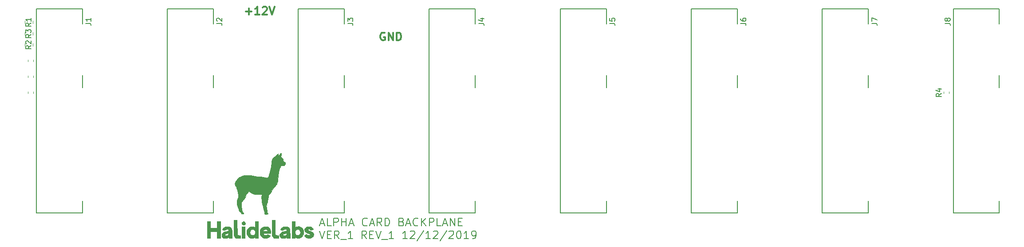
<source format=gbr>
G04 #@! TF.GenerationSoftware,KiCad,Pcbnew,5.1.5*
G04 #@! TF.CreationDate,2020-04-28T21:46:35+02:00*
G04 #@! TF.ProjectId,backplane,6261636b-706c-4616-9e65-2e6b69636164,rev?*
G04 #@! TF.SameCoordinates,Original*
G04 #@! TF.FileFunction,Legend,Top*
G04 #@! TF.FilePolarity,Positive*
%FSLAX46Y46*%
G04 Gerber Fmt 4.6, Leading zero omitted, Abs format (unit mm)*
G04 Created by KiCad (PCBNEW 5.1.5) date 2020-04-28 21:46:35*
%MOMM*%
%LPD*%
G04 APERTURE LIST*
%ADD10C,0.200000*%
%ADD11C,0.300000*%
%ADD12C,0.120000*%
%ADD13C,0.010000*%
%ADD14C,0.127000*%
%ADD15C,0.150000*%
G04 APERTURE END LIST*
D10*
X109127714Y-78400000D02*
X109842000Y-78400000D01*
X108984857Y-78828571D02*
X109484857Y-77328571D01*
X109984857Y-78828571D01*
X111199142Y-78828571D02*
X110484857Y-78828571D01*
X110484857Y-77328571D01*
X111699142Y-78828571D02*
X111699142Y-77328571D01*
X112270571Y-77328571D01*
X112413428Y-77400000D01*
X112484857Y-77471428D01*
X112556285Y-77614285D01*
X112556285Y-77828571D01*
X112484857Y-77971428D01*
X112413428Y-78042857D01*
X112270571Y-78114285D01*
X111699142Y-78114285D01*
X113199142Y-78828571D02*
X113199142Y-77328571D01*
X113199142Y-78042857D02*
X114056285Y-78042857D01*
X114056285Y-78828571D02*
X114056285Y-77328571D01*
X114699142Y-78400000D02*
X115413428Y-78400000D01*
X114556285Y-78828571D02*
X115056285Y-77328571D01*
X115556285Y-78828571D01*
X118056285Y-78685714D02*
X117984857Y-78757142D01*
X117770571Y-78828571D01*
X117627714Y-78828571D01*
X117413428Y-78757142D01*
X117270571Y-78614285D01*
X117199142Y-78471428D01*
X117127714Y-78185714D01*
X117127714Y-77971428D01*
X117199142Y-77685714D01*
X117270571Y-77542857D01*
X117413428Y-77400000D01*
X117627714Y-77328571D01*
X117770571Y-77328571D01*
X117984857Y-77400000D01*
X118056285Y-77471428D01*
X118627714Y-78400000D02*
X119342000Y-78400000D01*
X118484857Y-78828571D02*
X118984857Y-77328571D01*
X119484857Y-78828571D01*
X120842000Y-78828571D02*
X120342000Y-78114285D01*
X119984857Y-78828571D02*
X119984857Y-77328571D01*
X120556285Y-77328571D01*
X120699142Y-77400000D01*
X120770571Y-77471428D01*
X120842000Y-77614285D01*
X120842000Y-77828571D01*
X120770571Y-77971428D01*
X120699142Y-78042857D01*
X120556285Y-78114285D01*
X119984857Y-78114285D01*
X121484857Y-78828571D02*
X121484857Y-77328571D01*
X121842000Y-77328571D01*
X122056285Y-77400000D01*
X122199142Y-77542857D01*
X122270571Y-77685714D01*
X122342000Y-77971428D01*
X122342000Y-78185714D01*
X122270571Y-78471428D01*
X122199142Y-78614285D01*
X122056285Y-78757142D01*
X121842000Y-78828571D01*
X121484857Y-78828571D01*
X124627714Y-78042857D02*
X124842000Y-78114285D01*
X124913428Y-78185714D01*
X124984857Y-78328571D01*
X124984857Y-78542857D01*
X124913428Y-78685714D01*
X124842000Y-78757142D01*
X124699142Y-78828571D01*
X124127714Y-78828571D01*
X124127714Y-77328571D01*
X124627714Y-77328571D01*
X124770571Y-77400000D01*
X124842000Y-77471428D01*
X124913428Y-77614285D01*
X124913428Y-77757142D01*
X124842000Y-77900000D01*
X124770571Y-77971428D01*
X124627714Y-78042857D01*
X124127714Y-78042857D01*
X125556285Y-78400000D02*
X126270571Y-78400000D01*
X125413428Y-78828571D02*
X125913428Y-77328571D01*
X126413428Y-78828571D01*
X127770571Y-78685714D02*
X127699142Y-78757142D01*
X127484857Y-78828571D01*
X127342000Y-78828571D01*
X127127714Y-78757142D01*
X126984857Y-78614285D01*
X126913428Y-78471428D01*
X126842000Y-78185714D01*
X126842000Y-77971428D01*
X126913428Y-77685714D01*
X126984857Y-77542857D01*
X127127714Y-77400000D01*
X127342000Y-77328571D01*
X127484857Y-77328571D01*
X127699142Y-77400000D01*
X127770571Y-77471428D01*
X128413428Y-78828571D02*
X128413428Y-77328571D01*
X129270571Y-78828571D02*
X128627714Y-77971428D01*
X129270571Y-77328571D02*
X128413428Y-78185714D01*
X129913428Y-78828571D02*
X129913428Y-77328571D01*
X130484857Y-77328571D01*
X130627714Y-77400000D01*
X130699142Y-77471428D01*
X130770571Y-77614285D01*
X130770571Y-77828571D01*
X130699142Y-77971428D01*
X130627714Y-78042857D01*
X130484857Y-78114285D01*
X129913428Y-78114285D01*
X132127714Y-78828571D02*
X131413428Y-78828571D01*
X131413428Y-77328571D01*
X132556285Y-78400000D02*
X133270571Y-78400000D01*
X132413428Y-78828571D02*
X132913428Y-77328571D01*
X133413428Y-78828571D01*
X133913428Y-78828571D02*
X133913428Y-77328571D01*
X134770571Y-78828571D01*
X134770571Y-77328571D01*
X135484857Y-78042857D02*
X135984857Y-78042857D01*
X136199142Y-78828571D02*
X135484857Y-78828571D01*
X135484857Y-77328571D01*
X136199142Y-77328571D01*
X108984857Y-79778571D02*
X109484857Y-81278571D01*
X109984857Y-79778571D01*
X110484857Y-80492857D02*
X110984857Y-80492857D01*
X111199142Y-81278571D02*
X110484857Y-81278571D01*
X110484857Y-79778571D01*
X111199142Y-79778571D01*
X112699142Y-81278571D02*
X112199142Y-80564285D01*
X111842000Y-81278571D02*
X111842000Y-79778571D01*
X112413428Y-79778571D01*
X112556285Y-79850000D01*
X112627714Y-79921428D01*
X112699142Y-80064285D01*
X112699142Y-80278571D01*
X112627714Y-80421428D01*
X112556285Y-80492857D01*
X112413428Y-80564285D01*
X111842000Y-80564285D01*
X112984857Y-81421428D02*
X114127714Y-81421428D01*
X115270571Y-81278571D02*
X114413428Y-81278571D01*
X114842000Y-81278571D02*
X114842000Y-79778571D01*
X114699142Y-79992857D01*
X114556285Y-80135714D01*
X114413428Y-80207142D01*
X117913428Y-81278571D02*
X117413428Y-80564285D01*
X117056285Y-81278571D02*
X117056285Y-79778571D01*
X117627714Y-79778571D01*
X117770571Y-79850000D01*
X117842000Y-79921428D01*
X117913428Y-80064285D01*
X117913428Y-80278571D01*
X117842000Y-80421428D01*
X117770571Y-80492857D01*
X117627714Y-80564285D01*
X117056285Y-80564285D01*
X118556285Y-80492857D02*
X119056285Y-80492857D01*
X119270571Y-81278571D02*
X118556285Y-81278571D01*
X118556285Y-79778571D01*
X119270571Y-79778571D01*
X119699142Y-79778571D02*
X120199142Y-81278571D01*
X120699142Y-79778571D01*
X120842000Y-81421428D02*
X121984857Y-81421428D01*
X123127714Y-81278571D02*
X122270571Y-81278571D01*
X122699142Y-81278571D02*
X122699142Y-79778571D01*
X122556285Y-79992857D01*
X122413428Y-80135714D01*
X122270571Y-80207142D01*
X125699142Y-81278571D02*
X124842000Y-81278571D01*
X125270571Y-81278571D02*
X125270571Y-79778571D01*
X125127714Y-79992857D01*
X124984857Y-80135714D01*
X124842000Y-80207142D01*
X126270571Y-79921428D02*
X126342000Y-79850000D01*
X126484857Y-79778571D01*
X126842000Y-79778571D01*
X126984857Y-79850000D01*
X127056285Y-79921428D01*
X127127714Y-80064285D01*
X127127714Y-80207142D01*
X127056285Y-80421428D01*
X126199142Y-81278571D01*
X127127714Y-81278571D01*
X128842000Y-79707142D02*
X127556285Y-81635714D01*
X130127714Y-81278571D02*
X129270571Y-81278571D01*
X129699142Y-81278571D02*
X129699142Y-79778571D01*
X129556285Y-79992857D01*
X129413428Y-80135714D01*
X129270571Y-80207142D01*
X130699142Y-79921428D02*
X130770571Y-79850000D01*
X130913428Y-79778571D01*
X131270571Y-79778571D01*
X131413428Y-79850000D01*
X131484857Y-79921428D01*
X131556285Y-80064285D01*
X131556285Y-80207142D01*
X131484857Y-80421428D01*
X130627714Y-81278571D01*
X131556285Y-81278571D01*
X133270571Y-79707142D02*
X131984857Y-81635714D01*
X133699142Y-79921428D02*
X133770571Y-79850000D01*
X133913428Y-79778571D01*
X134270571Y-79778571D01*
X134413428Y-79850000D01*
X134484857Y-79921428D01*
X134556285Y-80064285D01*
X134556285Y-80207142D01*
X134484857Y-80421428D01*
X133627714Y-81278571D01*
X134556285Y-81278571D01*
X135484857Y-79778571D02*
X135627714Y-79778571D01*
X135770571Y-79850000D01*
X135842000Y-79921428D01*
X135913428Y-80064285D01*
X135984857Y-80350000D01*
X135984857Y-80707142D01*
X135913428Y-80992857D01*
X135842000Y-81135714D01*
X135770571Y-81207142D01*
X135627714Y-81278571D01*
X135484857Y-81278571D01*
X135342000Y-81207142D01*
X135270571Y-81135714D01*
X135199142Y-80992857D01*
X135127714Y-80707142D01*
X135127714Y-80350000D01*
X135199142Y-80064285D01*
X135270571Y-79921428D01*
X135342000Y-79850000D01*
X135484857Y-79778571D01*
X137413428Y-81278571D02*
X136556285Y-81278571D01*
X136984857Y-81278571D02*
X136984857Y-79778571D01*
X136842000Y-79992857D01*
X136699142Y-80135714D01*
X136556285Y-80207142D01*
X138127714Y-81278571D02*
X138413428Y-81278571D01*
X138556285Y-81207142D01*
X138627714Y-81135714D01*
X138770571Y-80921428D01*
X138842000Y-80635714D01*
X138842000Y-80064285D01*
X138770571Y-79921428D01*
X138699142Y-79850000D01*
X138556285Y-79778571D01*
X138270571Y-79778571D01*
X138127714Y-79850000D01*
X138056285Y-79921428D01*
X137984857Y-80064285D01*
X137984857Y-80421428D01*
X138056285Y-80564285D01*
X138127714Y-80635714D01*
X138270571Y-80707142D01*
X138556285Y-80707142D01*
X138699142Y-80635714D01*
X138770571Y-80564285D01*
X138842000Y-80421428D01*
D11*
X121412142Y-41922000D02*
X121269285Y-41850571D01*
X121055000Y-41850571D01*
X120840714Y-41922000D01*
X120697857Y-42064857D01*
X120626428Y-42207714D01*
X120555000Y-42493428D01*
X120555000Y-42707714D01*
X120626428Y-42993428D01*
X120697857Y-43136285D01*
X120840714Y-43279142D01*
X121055000Y-43350571D01*
X121197857Y-43350571D01*
X121412142Y-43279142D01*
X121483571Y-43207714D01*
X121483571Y-42707714D01*
X121197857Y-42707714D01*
X122126428Y-43350571D02*
X122126428Y-41850571D01*
X122983571Y-43350571D01*
X122983571Y-41850571D01*
X123697857Y-43350571D02*
X123697857Y-41850571D01*
X124055000Y-41850571D01*
X124269285Y-41922000D01*
X124412142Y-42064857D01*
X124483571Y-42207714D01*
X124555000Y-42493428D01*
X124555000Y-42707714D01*
X124483571Y-42993428D01*
X124412142Y-43136285D01*
X124269285Y-43279142D01*
X124055000Y-43350571D01*
X123697857Y-43350571D01*
X94893142Y-37826142D02*
X96036000Y-37826142D01*
X95464571Y-38397571D02*
X95464571Y-37254714D01*
X97536000Y-38397571D02*
X96678857Y-38397571D01*
X97107428Y-38397571D02*
X97107428Y-36897571D01*
X96964571Y-37111857D01*
X96821714Y-37254714D01*
X96678857Y-37326142D01*
X98107428Y-37040428D02*
X98178857Y-36969000D01*
X98321714Y-36897571D01*
X98678857Y-36897571D01*
X98821714Y-36969000D01*
X98893142Y-37040428D01*
X98964571Y-37183285D01*
X98964571Y-37326142D01*
X98893142Y-37540428D01*
X98036000Y-38397571D01*
X98964571Y-38397571D01*
X99393142Y-36897571D02*
X99893142Y-38397571D01*
X100393142Y-36897571D01*
D12*
X52705000Y-43942000D02*
X52705000Y-44450000D01*
X54229000Y-43942000D02*
X54229000Y-44450000D01*
X52705000Y-41783000D02*
X52705000Y-42291000D01*
X54229000Y-41783000D02*
X54229000Y-42291000D01*
X54229000Y-39624000D02*
X54229000Y-40132000D01*
X52705000Y-39624000D02*
X52705000Y-40132000D01*
D13*
G36*
X97307400Y-81153000D02*
G01*
X96700866Y-81153000D01*
X96685100Y-80974140D01*
X96595505Y-81035242D01*
X96434269Y-81116985D01*
X96247608Y-81164761D01*
X96049377Y-81176820D01*
X95853429Y-81151415D01*
X95796736Y-81136096D01*
X95597538Y-81049563D01*
X95425674Y-80923036D01*
X95284243Y-80761167D01*
X95176340Y-80568608D01*
X95105066Y-80350011D01*
X95073517Y-80110027D01*
X95072200Y-80048100D01*
X95077252Y-79989455D01*
X95681359Y-79989455D01*
X95684411Y-80145477D01*
X95718577Y-80294009D01*
X95784069Y-80422979D01*
X95841141Y-80488415D01*
X95966014Y-80570146D01*
X96112015Y-80609785D01*
X96268767Y-80605091D01*
X96323844Y-80592672D01*
X96445728Y-80534966D01*
X96552285Y-80440168D01*
X96628553Y-80321982D01*
X96634457Y-80308126D01*
X96667307Y-80178874D01*
X96676234Y-80028731D01*
X96661240Y-79881622D01*
X96634457Y-79788073D01*
X96557360Y-79659081D01*
X96449627Y-79563473D01*
X96320843Y-79503603D01*
X96180594Y-79481823D01*
X96038465Y-79500486D01*
X95904039Y-79561944D01*
X95856774Y-79597175D01*
X95767753Y-79703232D01*
X95709211Y-79838017D01*
X95681359Y-79989455D01*
X95077252Y-79989455D01*
X95093746Y-79797994D01*
X95157023Y-79571144D01*
X95259989Y-79371051D01*
X95400601Y-79201219D01*
X95576817Y-79065151D01*
X95676701Y-79011315D01*
X95763277Y-78972731D01*
X95835618Y-78948853D01*
X95911566Y-78936212D01*
X96008964Y-78931335D01*
X96091163Y-78930686D01*
X96208398Y-78931831D01*
X96292366Y-78938025D01*
X96360587Y-78953086D01*
X96430580Y-78980834D01*
X96516613Y-79023417D01*
X96697800Y-79116335D01*
X96697800Y-77952600D01*
X97307400Y-77952600D01*
X97307400Y-81153000D01*
G37*
X97307400Y-81153000D02*
X96700866Y-81153000D01*
X96685100Y-80974140D01*
X96595505Y-81035242D01*
X96434269Y-81116985D01*
X96247608Y-81164761D01*
X96049377Y-81176820D01*
X95853429Y-81151415D01*
X95796736Y-81136096D01*
X95597538Y-81049563D01*
X95425674Y-80923036D01*
X95284243Y-80761167D01*
X95176340Y-80568608D01*
X95105066Y-80350011D01*
X95073517Y-80110027D01*
X95072200Y-80048100D01*
X95077252Y-79989455D01*
X95681359Y-79989455D01*
X95684411Y-80145477D01*
X95718577Y-80294009D01*
X95784069Y-80422979D01*
X95841141Y-80488415D01*
X95966014Y-80570146D01*
X96112015Y-80609785D01*
X96268767Y-80605091D01*
X96323844Y-80592672D01*
X96445728Y-80534966D01*
X96552285Y-80440168D01*
X96628553Y-80321982D01*
X96634457Y-80308126D01*
X96667307Y-80178874D01*
X96676234Y-80028731D01*
X96661240Y-79881622D01*
X96634457Y-79788073D01*
X96557360Y-79659081D01*
X96449627Y-79563473D01*
X96320843Y-79503603D01*
X96180594Y-79481823D01*
X96038465Y-79500486D01*
X95904039Y-79561944D01*
X95856774Y-79597175D01*
X95767753Y-79703232D01*
X95709211Y-79838017D01*
X95681359Y-79989455D01*
X95077252Y-79989455D01*
X95093746Y-79797994D01*
X95157023Y-79571144D01*
X95259989Y-79371051D01*
X95400601Y-79201219D01*
X95576817Y-79065151D01*
X95676701Y-79011315D01*
X95763277Y-78972731D01*
X95835618Y-78948853D01*
X95911566Y-78936212D01*
X96008964Y-78931335D01*
X96091163Y-78930686D01*
X96208398Y-78931831D01*
X96292366Y-78938025D01*
X96360587Y-78953086D01*
X96430580Y-78980834D01*
X96516613Y-79023417D01*
X96697800Y-79116335D01*
X96697800Y-77952600D01*
X97307400Y-77952600D01*
X97307400Y-81153000D01*
G36*
X98736910Y-78931834D02*
G01*
X98904617Y-78952084D01*
X99039721Y-78989719D01*
X99217116Y-79087017D01*
X99370258Y-79224216D01*
X99495427Y-79394752D01*
X99588904Y-79592059D01*
X99646968Y-79809575D01*
X99665899Y-80040734D01*
X99664471Y-80092192D01*
X99656900Y-80251300D01*
X98926332Y-80258040D01*
X98195765Y-80264780D01*
X98247384Y-80365961D01*
X98331564Y-80479460D01*
X98444675Y-80558944D01*
X98576441Y-80602699D01*
X98716585Y-80609009D01*
X98854828Y-80576159D01*
X98980894Y-80502434D01*
X98994798Y-80490686D01*
X99081329Y-80414711D01*
X99324664Y-80535588D01*
X99424195Y-80587636D01*
X99504047Y-80634354D01*
X99554759Y-80669891D01*
X99568000Y-80686085D01*
X99547685Y-80736936D01*
X99493013Y-80805087D01*
X99413389Y-80882040D01*
X99318222Y-80959303D01*
X99216916Y-81028378D01*
X99143993Y-81069000D01*
X99044372Y-81115818D01*
X98964267Y-81144711D01*
X98883424Y-81160514D01*
X98781592Y-81168067D01*
X98720534Y-81170148D01*
X98582589Y-81169175D01*
X98459156Y-81159367D01*
X98371468Y-81142999D01*
X98156326Y-81055941D01*
X97968778Y-80929491D01*
X97812524Y-80769087D01*
X97691261Y-80580166D01*
X97608689Y-80368165D01*
X97568506Y-80138520D01*
X97568123Y-79961996D01*
X97589873Y-79832200D01*
X98199042Y-79832200D01*
X99082757Y-79832200D01*
X99055909Y-79755184D01*
X98992731Y-79646014D01*
X98893114Y-79557473D01*
X98769977Y-79498177D01*
X98638340Y-79476741D01*
X98523452Y-79497571D01*
X98408037Y-79553584D01*
X98307576Y-79634196D01*
X98237549Y-79728820D01*
X98224250Y-79759887D01*
X98199042Y-79832200D01*
X97589873Y-79832200D01*
X97607806Y-79725186D01*
X97690171Y-79508434D01*
X97811523Y-79316998D01*
X97968170Y-79156139D01*
X98156418Y-79031115D01*
X98252787Y-78987014D01*
X98392243Y-78949234D01*
X98559868Y-78930862D01*
X98736910Y-78931834D01*
G37*
X98736910Y-78931834D02*
X98904617Y-78952084D01*
X99039721Y-78989719D01*
X99217116Y-79087017D01*
X99370258Y-79224216D01*
X99495427Y-79394752D01*
X99588904Y-79592059D01*
X99646968Y-79809575D01*
X99665899Y-80040734D01*
X99664471Y-80092192D01*
X99656900Y-80251300D01*
X98926332Y-80258040D01*
X98195765Y-80264780D01*
X98247384Y-80365961D01*
X98331564Y-80479460D01*
X98444675Y-80558944D01*
X98576441Y-80602699D01*
X98716585Y-80609009D01*
X98854828Y-80576159D01*
X98980894Y-80502434D01*
X98994798Y-80490686D01*
X99081329Y-80414711D01*
X99324664Y-80535588D01*
X99424195Y-80587636D01*
X99504047Y-80634354D01*
X99554759Y-80669891D01*
X99568000Y-80686085D01*
X99547685Y-80736936D01*
X99493013Y-80805087D01*
X99413389Y-80882040D01*
X99318222Y-80959303D01*
X99216916Y-81028378D01*
X99143993Y-81069000D01*
X99044372Y-81115818D01*
X98964267Y-81144711D01*
X98883424Y-81160514D01*
X98781592Y-81168067D01*
X98720534Y-81170148D01*
X98582589Y-81169175D01*
X98459156Y-81159367D01*
X98371468Y-81142999D01*
X98156326Y-81055941D01*
X97968778Y-80929491D01*
X97812524Y-80769087D01*
X97691261Y-80580166D01*
X97608689Y-80368165D01*
X97568506Y-80138520D01*
X97568123Y-79961996D01*
X97589873Y-79832200D01*
X98199042Y-79832200D01*
X99082757Y-79832200D01*
X99055909Y-79755184D01*
X98992731Y-79646014D01*
X98893114Y-79557473D01*
X98769977Y-79498177D01*
X98638340Y-79476741D01*
X98523452Y-79497571D01*
X98408037Y-79553584D01*
X98307576Y-79634196D01*
X98237549Y-79728820D01*
X98224250Y-79759887D01*
X98199042Y-79832200D01*
X97589873Y-79832200D01*
X97607806Y-79725186D01*
X97690171Y-79508434D01*
X97811523Y-79316998D01*
X97968170Y-79156139D01*
X98156418Y-79031115D01*
X98252787Y-78987014D01*
X98392243Y-78949234D01*
X98559868Y-78930862D01*
X98736910Y-78931834D01*
G36*
X91597826Y-78944574D02*
G01*
X91739951Y-78977447D01*
X91743521Y-78978675D01*
X91891057Y-79053507D01*
X92026794Y-79165607D01*
X92136170Y-79301516D01*
X92180147Y-79382270D01*
X92196655Y-79420383D01*
X92209884Y-79457745D01*
X92220264Y-79500389D01*
X92228228Y-79554351D01*
X92234207Y-79625663D01*
X92238634Y-79720360D01*
X92241941Y-79844476D01*
X92244559Y-80004044D01*
X92246919Y-80205099D01*
X92248247Y-80333850D01*
X92256535Y-81153000D01*
X91643200Y-81153000D01*
X91643200Y-80947214D01*
X91555077Y-81014428D01*
X91427101Y-81086704D01*
X91266659Y-81139332D01*
X91089016Y-81170065D01*
X90909433Y-81176656D01*
X90743173Y-81156860D01*
X90687317Y-81142156D01*
X90532231Y-81070523D01*
X90415096Y-80965607D01*
X90337375Y-80829473D01*
X90300532Y-80664184D01*
X90297557Y-80592530D01*
X90301213Y-80561272D01*
X90910449Y-80561272D01*
X90943706Y-80630151D01*
X90957400Y-80645000D01*
X91020612Y-80678852D01*
X91114134Y-80695445D01*
X91220098Y-80693639D01*
X91320640Y-80672295D01*
X91330396Y-80668784D01*
X91450500Y-80597436D01*
X91546794Y-80487812D01*
X91611696Y-80349771D01*
X91628670Y-80280841D01*
X91637269Y-80218713D01*
X91629713Y-80194153D01*
X91602084Y-80195422D01*
X91600315Y-80195896D01*
X91556466Y-80207004D01*
X91476639Y-80226524D01*
X91374290Y-80251179D01*
X91313000Y-80265807D01*
X91189739Y-80297709D01*
X91103621Y-80327624D01*
X91041563Y-80361188D01*
X90990483Y-80404040D01*
X90989150Y-80405363D01*
X90925428Y-80487621D01*
X90910449Y-80561272D01*
X90301213Y-80561272D01*
X90318721Y-80411589D01*
X90381872Y-80257752D01*
X90488505Y-80128732D01*
X90640111Y-80022241D01*
X90684667Y-79999138D01*
X90760626Y-79968714D01*
X90872078Y-79932591D01*
X91004707Y-79895054D01*
X91144198Y-79860392D01*
X91160261Y-79856732D01*
X91324270Y-79818122D01*
X91444615Y-79784945D01*
X91527701Y-79754033D01*
X91579931Y-79722215D01*
X91607708Y-79686322D01*
X91617436Y-79643185D01*
X91617800Y-79630257D01*
X91594594Y-79552349D01*
X91531549Y-79489732D01*
X91438523Y-79447175D01*
X91325376Y-79429444D01*
X91219556Y-79437676D01*
X91143214Y-79467768D01*
X91061609Y-79523079D01*
X90992532Y-79589311D01*
X90954156Y-79650978D01*
X90940545Y-79666824D01*
X90907351Y-79671036D01*
X90844784Y-79663221D01*
X90743049Y-79642990D01*
X90740523Y-79642451D01*
X90616686Y-79615718D01*
X90534142Y-79596063D01*
X90484517Y-79579905D01*
X90459435Y-79563661D01*
X90450521Y-79543750D01*
X90449400Y-79517961D01*
X90470961Y-79430258D01*
X90529889Y-79330028D01*
X90617553Y-79226299D01*
X90725321Y-79128098D01*
X90844559Y-79044454D01*
X90955384Y-78988749D01*
X91090209Y-78951827D01*
X91254517Y-78932000D01*
X91429868Y-78929504D01*
X91597826Y-78944574D01*
G37*
X91597826Y-78944574D02*
X91739951Y-78977447D01*
X91743521Y-78978675D01*
X91891057Y-79053507D01*
X92026794Y-79165607D01*
X92136170Y-79301516D01*
X92180147Y-79382270D01*
X92196655Y-79420383D01*
X92209884Y-79457745D01*
X92220264Y-79500389D01*
X92228228Y-79554351D01*
X92234207Y-79625663D01*
X92238634Y-79720360D01*
X92241941Y-79844476D01*
X92244559Y-80004044D01*
X92246919Y-80205099D01*
X92248247Y-80333850D01*
X92256535Y-81153000D01*
X91643200Y-81153000D01*
X91643200Y-80947214D01*
X91555077Y-81014428D01*
X91427101Y-81086704D01*
X91266659Y-81139332D01*
X91089016Y-81170065D01*
X90909433Y-81176656D01*
X90743173Y-81156860D01*
X90687317Y-81142156D01*
X90532231Y-81070523D01*
X90415096Y-80965607D01*
X90337375Y-80829473D01*
X90300532Y-80664184D01*
X90297557Y-80592530D01*
X90301213Y-80561272D01*
X90910449Y-80561272D01*
X90943706Y-80630151D01*
X90957400Y-80645000D01*
X91020612Y-80678852D01*
X91114134Y-80695445D01*
X91220098Y-80693639D01*
X91320640Y-80672295D01*
X91330396Y-80668784D01*
X91450500Y-80597436D01*
X91546794Y-80487812D01*
X91611696Y-80349771D01*
X91628670Y-80280841D01*
X91637269Y-80218713D01*
X91629713Y-80194153D01*
X91602084Y-80195422D01*
X91600315Y-80195896D01*
X91556466Y-80207004D01*
X91476639Y-80226524D01*
X91374290Y-80251179D01*
X91313000Y-80265807D01*
X91189739Y-80297709D01*
X91103621Y-80327624D01*
X91041563Y-80361188D01*
X90990483Y-80404040D01*
X90989150Y-80405363D01*
X90925428Y-80487621D01*
X90910449Y-80561272D01*
X90301213Y-80561272D01*
X90318721Y-80411589D01*
X90381872Y-80257752D01*
X90488505Y-80128732D01*
X90640111Y-80022241D01*
X90684667Y-79999138D01*
X90760626Y-79968714D01*
X90872078Y-79932591D01*
X91004707Y-79895054D01*
X91144198Y-79860392D01*
X91160261Y-79856732D01*
X91324270Y-79818122D01*
X91444615Y-79784945D01*
X91527701Y-79754033D01*
X91579931Y-79722215D01*
X91607708Y-79686322D01*
X91617436Y-79643185D01*
X91617800Y-79630257D01*
X91594594Y-79552349D01*
X91531549Y-79489732D01*
X91438523Y-79447175D01*
X91325376Y-79429444D01*
X91219556Y-79437676D01*
X91143214Y-79467768D01*
X91061609Y-79523079D01*
X90992532Y-79589311D01*
X90954156Y-79650978D01*
X90940545Y-79666824D01*
X90907351Y-79671036D01*
X90844784Y-79663221D01*
X90743049Y-79642990D01*
X90740523Y-79642451D01*
X90616686Y-79615718D01*
X90534142Y-79596063D01*
X90484517Y-79579905D01*
X90459435Y-79563661D01*
X90450521Y-79543750D01*
X90449400Y-79517961D01*
X90470961Y-79430258D01*
X90529889Y-79330028D01*
X90617553Y-79226299D01*
X90725321Y-79128098D01*
X90844559Y-79044454D01*
X90955384Y-78988749D01*
X91090209Y-78951827D01*
X91254517Y-78932000D01*
X91429868Y-78929504D01*
X91597826Y-78944574D01*
G36*
X104286524Y-78542062D02*
G01*
X104293348Y-79118825D01*
X104385498Y-79056290D01*
X104555533Y-78970362D01*
X104743751Y-78926164D01*
X104941458Y-78922318D01*
X105139960Y-78957448D01*
X105330562Y-79030177D01*
X105504569Y-79139127D01*
X105627398Y-79253003D01*
X105729719Y-79394383D01*
X105815879Y-79568059D01*
X105877990Y-79756208D01*
X105900684Y-79870383D01*
X105911890Y-80098506D01*
X105882137Y-80321414D01*
X105815070Y-80532044D01*
X105714335Y-80723335D01*
X105583575Y-80888224D01*
X105426437Y-81019650D01*
X105263865Y-81104108D01*
X105161143Y-81133605D01*
X105033445Y-81155804D01*
X104897067Y-81169384D01*
X104768304Y-81173024D01*
X104663453Y-81165402D01*
X104622435Y-81156113D01*
X104530578Y-81119328D01*
X104434305Y-81070538D01*
X104356023Y-81021499D01*
X104336850Y-81006300D01*
X104307830Y-80985248D01*
X104295296Y-80997022D01*
X104292420Y-81050018D01*
X104292400Y-81060945D01*
X104292400Y-81154563D01*
X103981250Y-81147431D01*
X103670100Y-81140300D01*
X103670100Y-80101559D01*
X104292282Y-80101559D01*
X104320263Y-80249929D01*
X104378782Y-80383563D01*
X104465839Y-80493190D01*
X104579440Y-80569541D01*
X104609900Y-80581698D01*
X104730959Y-80613070D01*
X104842298Y-80612618D01*
X104934444Y-80592672D01*
X105067647Y-80530856D01*
X105172157Y-80430164D01*
X105244660Y-80295727D01*
X105281842Y-80132673D01*
X105286175Y-80048100D01*
X105278765Y-79941118D01*
X105259696Y-79837026D01*
X105243858Y-79786204D01*
X105170040Y-79662083D01*
X105066493Y-79569384D01*
X104942809Y-79509555D01*
X104808577Y-79484041D01*
X104673389Y-79494288D01*
X104546835Y-79541742D01*
X104438505Y-79627848D01*
X104411520Y-79660723D01*
X104335913Y-79797686D01*
X104296833Y-79947721D01*
X104292282Y-80101559D01*
X103670100Y-80101559D01*
X103670100Y-77965300D01*
X104279700Y-77965300D01*
X104286524Y-78542062D01*
G37*
X104286524Y-78542062D02*
X104293348Y-79118825D01*
X104385498Y-79056290D01*
X104555533Y-78970362D01*
X104743751Y-78926164D01*
X104941458Y-78922318D01*
X105139960Y-78957448D01*
X105330562Y-79030177D01*
X105504569Y-79139127D01*
X105627398Y-79253003D01*
X105729719Y-79394383D01*
X105815879Y-79568059D01*
X105877990Y-79756208D01*
X105900684Y-79870383D01*
X105911890Y-80098506D01*
X105882137Y-80321414D01*
X105815070Y-80532044D01*
X105714335Y-80723335D01*
X105583575Y-80888224D01*
X105426437Y-81019650D01*
X105263865Y-81104108D01*
X105161143Y-81133605D01*
X105033445Y-81155804D01*
X104897067Y-81169384D01*
X104768304Y-81173024D01*
X104663453Y-81165402D01*
X104622435Y-81156113D01*
X104530578Y-81119328D01*
X104434305Y-81070538D01*
X104356023Y-81021499D01*
X104336850Y-81006300D01*
X104307830Y-80985248D01*
X104295296Y-80997022D01*
X104292420Y-81050018D01*
X104292400Y-81060945D01*
X104292400Y-81154563D01*
X103981250Y-81147431D01*
X103670100Y-81140300D01*
X103670100Y-80101559D01*
X104292282Y-80101559D01*
X104320263Y-80249929D01*
X104378782Y-80383563D01*
X104465839Y-80493190D01*
X104579440Y-80569541D01*
X104609900Y-80581698D01*
X104730959Y-80613070D01*
X104842298Y-80612618D01*
X104934444Y-80592672D01*
X105067647Y-80530856D01*
X105172157Y-80430164D01*
X105244660Y-80295727D01*
X105281842Y-80132673D01*
X105286175Y-80048100D01*
X105278765Y-79941118D01*
X105259696Y-79837026D01*
X105243858Y-79786204D01*
X105170040Y-79662083D01*
X105066493Y-79569384D01*
X104942809Y-79509555D01*
X104808577Y-79484041D01*
X104673389Y-79494288D01*
X104546835Y-79541742D01*
X104438505Y-79627848D01*
X104411520Y-79660723D01*
X104335913Y-79797686D01*
X104296833Y-79947721D01*
X104292282Y-80101559D01*
X103670100Y-80101559D01*
X103670100Y-77965300D01*
X104279700Y-77965300D01*
X104286524Y-78542062D01*
G36*
X100483833Y-79051150D02*
G01*
X100484310Y-79362001D01*
X100485233Y-79626067D01*
X100486932Y-79847365D01*
X100489734Y-80029910D01*
X100493968Y-80177716D01*
X100499962Y-80294801D01*
X100508045Y-80385178D01*
X100518544Y-80452864D01*
X100531789Y-80501873D01*
X100548108Y-80536223D01*
X100567828Y-80559927D01*
X100591279Y-80577002D01*
X100609400Y-80586813D01*
X100667427Y-80602633D01*
X100762670Y-80613870D01*
X100881638Y-80619048D01*
X100905682Y-80619225D01*
X101138465Y-80619600D01*
X101154211Y-80816450D01*
X101163257Y-80921036D01*
X101172474Y-81013851D01*
X101180018Y-81076487D01*
X101180684Y-81080852D01*
X101175886Y-81142297D01*
X101152328Y-81163402D01*
X101099795Y-81172556D01*
X101008501Y-81177819D01*
X100890311Y-81179510D01*
X100757088Y-81177943D01*
X100620697Y-81173436D01*
X100493003Y-81166304D01*
X100385869Y-81156864D01*
X100311160Y-81145432D01*
X100293368Y-81140500D01*
X100187049Y-81093870D01*
X100105972Y-81033600D01*
X100037354Y-80947452D01*
X99974400Y-80835135D01*
X99885500Y-80659003D01*
X99877996Y-79191501D01*
X99870492Y-77724000D01*
X100482400Y-77724000D01*
X100483833Y-79051150D01*
G37*
X100483833Y-79051150D02*
X100484310Y-79362001D01*
X100485233Y-79626067D01*
X100486932Y-79847365D01*
X100489734Y-80029910D01*
X100493968Y-80177716D01*
X100499962Y-80294801D01*
X100508045Y-80385178D01*
X100518544Y-80452864D01*
X100531789Y-80501873D01*
X100548108Y-80536223D01*
X100567828Y-80559927D01*
X100591279Y-80577002D01*
X100609400Y-80586813D01*
X100667427Y-80602633D01*
X100762670Y-80613870D01*
X100881638Y-80619048D01*
X100905682Y-80619225D01*
X101138465Y-80619600D01*
X101154211Y-80816450D01*
X101163257Y-80921036D01*
X101172474Y-81013851D01*
X101180018Y-81076487D01*
X101180684Y-81080852D01*
X101175886Y-81142297D01*
X101152328Y-81163402D01*
X101099795Y-81172556D01*
X101008501Y-81177819D01*
X100890311Y-81179510D01*
X100757088Y-81177943D01*
X100620697Y-81173436D01*
X100493003Y-81166304D01*
X100385869Y-81156864D01*
X100311160Y-81145432D01*
X100293368Y-81140500D01*
X100187049Y-81093870D01*
X100105972Y-81033600D01*
X100037354Y-80947452D01*
X99974400Y-80835135D01*
X99885500Y-80659003D01*
X99877996Y-79191501D01*
X99870492Y-77724000D01*
X100482400Y-77724000D01*
X100483833Y-79051150D01*
G36*
X102731015Y-78954354D02*
G01*
X102825402Y-78981849D01*
X102969050Y-79055625D01*
X103100929Y-79166296D01*
X103206644Y-79300028D01*
X103255458Y-79395124D01*
X103271656Y-79437607D01*
X103284621Y-79479574D01*
X103294787Y-79527226D01*
X103302588Y-79586763D01*
X103308457Y-79664386D01*
X103312828Y-79766296D01*
X103316134Y-79898694D01*
X103318810Y-80067779D01*
X103321288Y-80279754D01*
X103321994Y-80346550D01*
X103330425Y-81153000D01*
X102717600Y-81153000D01*
X102717600Y-81047463D01*
X102715935Y-80982720D01*
X102707014Y-80960315D01*
X102684943Y-80971804D01*
X102672461Y-80982776D01*
X102626034Y-81014682D01*
X102550545Y-81056698D01*
X102475611Y-81093457D01*
X102383226Y-81131034D01*
X102293767Y-81153938D01*
X102187213Y-81166226D01*
X102095300Y-81170574D01*
X101936329Y-81169323D01*
X101809625Y-81155260D01*
X101758033Y-81142499D01*
X101607178Y-81069268D01*
X101490022Y-80962880D01*
X101409308Y-80830450D01*
X101367775Y-80679098D01*
X101368166Y-80515941D01*
X101371665Y-80502903D01*
X101989991Y-80502903D01*
X101993008Y-80582885D01*
X102031800Y-80645000D01*
X102095006Y-80678848D01*
X102188534Y-80695445D01*
X102294524Y-80693649D01*
X102395120Y-80672319D01*
X102404796Y-80668842D01*
X102515913Y-80602059D01*
X102609752Y-80497893D01*
X102675105Y-80369399D01*
X102682878Y-80345036D01*
X102702773Y-80269041D01*
X102712699Y-80215394D01*
X102711950Y-80199083D01*
X102682411Y-80198857D01*
X102616087Y-80210596D01*
X102524713Y-80231228D01*
X102420028Y-80257679D01*
X102313768Y-80286876D01*
X102217671Y-80315746D01*
X102143473Y-80341216D01*
X102107168Y-80357431D01*
X102028979Y-80424188D01*
X101989991Y-80502903D01*
X101371665Y-80502903D01*
X101413220Y-80348098D01*
X101434137Y-80301383D01*
X101493132Y-80201507D01*
X101567523Y-80118080D01*
X101663861Y-80047482D01*
X101788696Y-79986095D01*
X101948577Y-79930297D01*
X102150054Y-79876471D01*
X102241584Y-79855172D01*
X102405539Y-79816340D01*
X102525605Y-79782626D01*
X102608044Y-79751038D01*
X102659115Y-79718588D01*
X102685080Y-79682285D01*
X102692200Y-79639959D01*
X102668945Y-79560094D01*
X102606042Y-79494861D01*
X102513784Y-79449584D01*
X102402462Y-79429587D01*
X102299247Y-79436683D01*
X102210764Y-79469245D01*
X102126110Y-79526167D01*
X102063034Y-79593850D01*
X102043300Y-79632779D01*
X102035450Y-79655011D01*
X102023163Y-79668875D01*
X101998312Y-79673947D01*
X101952772Y-79669803D01*
X101878416Y-79656021D01*
X101767118Y-79632178D01*
X101684904Y-79614114D01*
X101591853Y-79592846D01*
X101539038Y-79575941D01*
X101517039Y-79557044D01*
X101516435Y-79529797D01*
X101522985Y-79504840D01*
X101587947Y-79359160D01*
X101692533Y-79219970D01*
X101825897Y-79099558D01*
X101946724Y-79024652D01*
X102121335Y-78960798D01*
X102321063Y-78927271D01*
X102529694Y-78924859D01*
X102731015Y-78954354D01*
G37*
X102731015Y-78954354D02*
X102825402Y-78981849D01*
X102969050Y-79055625D01*
X103100929Y-79166296D01*
X103206644Y-79300028D01*
X103255458Y-79395124D01*
X103271656Y-79437607D01*
X103284621Y-79479574D01*
X103294787Y-79527226D01*
X103302588Y-79586763D01*
X103308457Y-79664386D01*
X103312828Y-79766296D01*
X103316134Y-79898694D01*
X103318810Y-80067779D01*
X103321288Y-80279754D01*
X103321994Y-80346550D01*
X103330425Y-81153000D01*
X102717600Y-81153000D01*
X102717600Y-81047463D01*
X102715935Y-80982720D01*
X102707014Y-80960315D01*
X102684943Y-80971804D01*
X102672461Y-80982776D01*
X102626034Y-81014682D01*
X102550545Y-81056698D01*
X102475611Y-81093457D01*
X102383226Y-81131034D01*
X102293767Y-81153938D01*
X102187213Y-81166226D01*
X102095300Y-81170574D01*
X101936329Y-81169323D01*
X101809625Y-81155260D01*
X101758033Y-81142499D01*
X101607178Y-81069268D01*
X101490022Y-80962880D01*
X101409308Y-80830450D01*
X101367775Y-80679098D01*
X101368166Y-80515941D01*
X101371665Y-80502903D01*
X101989991Y-80502903D01*
X101993008Y-80582885D01*
X102031800Y-80645000D01*
X102095006Y-80678848D01*
X102188534Y-80695445D01*
X102294524Y-80693649D01*
X102395120Y-80672319D01*
X102404796Y-80668842D01*
X102515913Y-80602059D01*
X102609752Y-80497893D01*
X102675105Y-80369399D01*
X102682878Y-80345036D01*
X102702773Y-80269041D01*
X102712699Y-80215394D01*
X102711950Y-80199083D01*
X102682411Y-80198857D01*
X102616087Y-80210596D01*
X102524713Y-80231228D01*
X102420028Y-80257679D01*
X102313768Y-80286876D01*
X102217671Y-80315746D01*
X102143473Y-80341216D01*
X102107168Y-80357431D01*
X102028979Y-80424188D01*
X101989991Y-80502903D01*
X101371665Y-80502903D01*
X101413220Y-80348098D01*
X101434137Y-80301383D01*
X101493132Y-80201507D01*
X101567523Y-80118080D01*
X101663861Y-80047482D01*
X101788696Y-79986095D01*
X101948577Y-79930297D01*
X102150054Y-79876471D01*
X102241584Y-79855172D01*
X102405539Y-79816340D01*
X102525605Y-79782626D01*
X102608044Y-79751038D01*
X102659115Y-79718588D01*
X102685080Y-79682285D01*
X102692200Y-79639959D01*
X102668945Y-79560094D01*
X102606042Y-79494861D01*
X102513784Y-79449584D01*
X102402462Y-79429587D01*
X102299247Y-79436683D01*
X102210764Y-79469245D01*
X102126110Y-79526167D01*
X102063034Y-79593850D01*
X102043300Y-79632779D01*
X102035450Y-79655011D01*
X102023163Y-79668875D01*
X101998312Y-79673947D01*
X101952772Y-79669803D01*
X101878416Y-79656021D01*
X101767118Y-79632178D01*
X101684904Y-79614114D01*
X101591853Y-79592846D01*
X101539038Y-79575941D01*
X101517039Y-79557044D01*
X101516435Y-79529797D01*
X101522985Y-79504840D01*
X101587947Y-79359160D01*
X101692533Y-79219970D01*
X101825897Y-79099558D01*
X101946724Y-79024652D01*
X102121335Y-78960798D01*
X102321063Y-78927271D01*
X102529694Y-78924859D01*
X102731015Y-78954354D01*
G36*
X88138000Y-79248000D02*
G01*
X89382600Y-79248000D01*
X89382600Y-77978000D01*
X90043000Y-77978000D01*
X90043000Y-81153000D01*
X89382600Y-81153000D01*
X89382600Y-79883000D01*
X88138000Y-79883000D01*
X88138000Y-81153000D01*
X87503000Y-81153000D01*
X87503000Y-77978000D01*
X88138000Y-77978000D01*
X88138000Y-79248000D01*
G37*
X88138000Y-79248000D02*
X89382600Y-79248000D01*
X89382600Y-77978000D01*
X90043000Y-77978000D01*
X90043000Y-81153000D01*
X89382600Y-81153000D01*
X89382600Y-79883000D01*
X88138000Y-79883000D01*
X88138000Y-81153000D01*
X87503000Y-81153000D01*
X87503000Y-77978000D01*
X88138000Y-77978000D01*
X88138000Y-79248000D01*
G36*
X101657175Y-64901951D02*
G01*
X101693833Y-64921126D01*
X101709072Y-64961007D01*
X101703399Y-65028073D01*
X101677321Y-65128806D01*
X101631346Y-65269688D01*
X101628434Y-65278193D01*
X101588945Y-65394251D01*
X101556277Y-65491947D01*
X101533561Y-65561794D01*
X101523928Y-65594303D01*
X101523800Y-65595268D01*
X101544266Y-65612773D01*
X101596108Y-65643485D01*
X101627925Y-65660288D01*
X101725841Y-65721581D01*
X101828034Y-65803748D01*
X101919610Y-65893209D01*
X101985675Y-65976386D01*
X101998190Y-65997882D01*
X102030244Y-66095735D01*
X102032725Y-66195080D01*
X102006014Y-66277075D01*
X101992162Y-66295699D01*
X101962517Y-66335536D01*
X101957872Y-66355128D01*
X101982265Y-66372743D01*
X102039001Y-66411645D01*
X102118099Y-66465025D01*
X102164309Y-66495948D01*
X102303897Y-66595939D01*
X102397075Y-66678926D01*
X102444890Y-66746032D01*
X102448388Y-66798381D01*
X102447581Y-66800274D01*
X102434926Y-66847055D01*
X102421815Y-66924012D01*
X102414887Y-66979800D01*
X102401698Y-67066061D01*
X102381149Y-67115651D01*
X102347064Y-67142686D01*
X102342718Y-67144672D01*
X102292586Y-67180564D01*
X102271901Y-67212176D01*
X102255373Y-67243602D01*
X102223592Y-67266626D01*
X102168745Y-67283128D01*
X102083016Y-67294986D01*
X101958593Y-67304080D01*
X101870993Y-67308577D01*
X101739642Y-67315773D01*
X101649694Y-67323954D01*
X101591759Y-67334892D01*
X101556446Y-67350354D01*
X101534443Y-67372004D01*
X101505386Y-67432789D01*
X101498400Y-67472605D01*
X101487936Y-67515234D01*
X101459531Y-67592123D01*
X101417657Y-67691945D01*
X101372359Y-67791601D01*
X101326622Y-67891037D01*
X101291266Y-67976167D01*
X101263221Y-68058237D01*
X101239415Y-68148496D01*
X101216779Y-68258193D01*
X101192240Y-68398576D01*
X101170992Y-68529200D01*
X101143298Y-68715011D01*
X101116392Y-68918852D01*
X101092587Y-69121560D01*
X101074197Y-69303972D01*
X101067231Y-69388682D01*
X101025471Y-69802416D01*
X100963796Y-70174330D01*
X100882551Y-70502944D01*
X100782079Y-70786776D01*
X100704624Y-70950316D01*
X100655203Y-71028812D01*
X100580498Y-71130275D01*
X100490784Y-71241397D01*
X100399637Y-71345288D01*
X100226519Y-71546560D01*
X100065793Y-71758284D01*
X99925426Y-71968876D01*
X99813385Y-72166754D01*
X99767518Y-72264126D01*
X99720472Y-72366211D01*
X99671743Y-72460561D01*
X99630961Y-72528672D01*
X99626702Y-72534694D01*
X99564455Y-72610737D01*
X99490230Y-72688158D01*
X99416520Y-72755171D01*
X99355820Y-72799987D01*
X99334619Y-72810271D01*
X99311178Y-72823750D01*
X99290352Y-72851570D01*
X99270656Y-72899454D01*
X99250604Y-72973122D01*
X99228712Y-73078296D01*
X99203494Y-73220699D01*
X99173465Y-73406050D01*
X99163513Y-73469500D01*
X99136234Y-73638984D01*
X99110364Y-73784596D01*
X99083119Y-73917900D01*
X99051715Y-74050458D01*
X99013368Y-74193834D01*
X98965294Y-74359591D01*
X98904710Y-74559293D01*
X98888325Y-74612500D01*
X98841935Y-74819218D01*
X98825549Y-75046051D01*
X98839088Y-75300199D01*
X98878031Y-75565000D01*
X98901903Y-75703174D01*
X98923779Y-75844129D01*
X98940750Y-75968371D01*
X98948149Y-76034900D01*
X98963938Y-76148416D01*
X98992539Y-76240626D01*
X99042857Y-76337549D01*
X99063141Y-76370827D01*
X99110970Y-76449330D01*
X99145977Y-76510007D01*
X99161388Y-76541063D01*
X99161600Y-76542277D01*
X99137689Y-76546987D01*
X99071909Y-76550966D01*
X98973192Y-76553891D01*
X98850465Y-76555438D01*
X98793300Y-76555600D01*
X98649885Y-76555365D01*
X98549570Y-76553863D01*
X98484654Y-76549900D01*
X98447436Y-76542281D01*
X98430217Y-76529809D01*
X98425295Y-76511291D01*
X98425039Y-76498450D01*
X98436324Y-76437986D01*
X98463987Y-76363852D01*
X98469489Y-76352400D01*
X98492071Y-76303544D01*
X98499080Y-76264909D01*
X98488219Y-76220613D01*
X98457190Y-76154776D01*
X98434583Y-76111100D01*
X98379846Y-75991082D01*
X98333180Y-75853785D01*
X98291924Y-75689463D01*
X98253417Y-75488368D01*
X98236744Y-75386269D01*
X98212692Y-75259221D01*
X98177463Y-75105892D01*
X98136320Y-74948071D01*
X98104841Y-74840169D01*
X98048105Y-74651681D01*
X98005547Y-74495085D01*
X97974110Y-74354490D01*
X97950736Y-74214001D01*
X97932368Y-74057726D01*
X97915947Y-73869771D01*
X97914440Y-73850500D01*
X97905043Y-73691455D01*
X97899870Y-73519309D01*
X97898746Y-73344686D01*
X97901494Y-73178210D01*
X97907938Y-73030507D01*
X97917902Y-72912202D01*
X97931210Y-72833919D01*
X97931286Y-72833643D01*
X97934660Y-72815964D01*
X97929392Y-72803031D01*
X97909045Y-72794291D01*
X97867182Y-72789190D01*
X97797366Y-72787175D01*
X97693159Y-72787692D01*
X97548124Y-72790188D01*
X97449156Y-72792193D01*
X97194963Y-72794576D01*
X96979902Y-72789631D01*
X96792698Y-72776338D01*
X96622078Y-72753677D01*
X96456766Y-72720629D01*
X96343344Y-72692162D01*
X96129277Y-72618767D01*
X95931246Y-72520266D01*
X95757348Y-72402396D01*
X95615680Y-72270895D01*
X95514342Y-72131501D01*
X95493476Y-72090026D01*
X95445118Y-71982788D01*
X95364219Y-72197854D01*
X95294037Y-72363158D01*
X95215510Y-72498251D01*
X95115426Y-72623488D01*
X95031759Y-72710030D01*
X94981126Y-72763352D01*
X94945241Y-72814414D01*
X94917752Y-72876969D01*
X94892307Y-72964768D01*
X94869313Y-73061722D01*
X94816902Y-73254255D01*
X94749909Y-73423822D01*
X94661803Y-73581246D01*
X94546051Y-73737346D01*
X94396122Y-73902944D01*
X94308852Y-73990200D01*
X94199712Y-74106276D01*
X94121228Y-74216777D01*
X94068855Y-74333786D01*
X94038050Y-74469387D01*
X94024267Y-74635666D01*
X94022279Y-74752200D01*
X94024413Y-74877387D01*
X94032096Y-74999401D01*
X94046781Y-75130365D01*
X94069920Y-75282402D01*
X94102963Y-75467633D01*
X94116573Y-75539600D01*
X94146447Y-75695145D01*
X94173843Y-75836320D01*
X94197062Y-75954482D01*
X94214405Y-76040989D01*
X94224172Y-76087199D01*
X94224722Y-76089496D01*
X94251884Y-76137091D01*
X94305482Y-76195882D01*
X94337655Y-76223997D01*
X94411053Y-76293521D01*
X94466849Y-76366189D01*
X94498382Y-76430962D01*
X94498988Y-76476801D01*
X94494193Y-76483366D01*
X94459683Y-76493095D01*
X94387451Y-76499087D01*
X94290491Y-76500505D01*
X94244382Y-76499497D01*
X94018100Y-76492100D01*
X94010442Y-76413598D01*
X93991961Y-76355492D01*
X93943569Y-76283110D01*
X93860215Y-76189160D01*
X93841661Y-76169962D01*
X93746813Y-76062041D01*
X93661738Y-75940290D01*
X93582623Y-75797166D01*
X93505652Y-75625124D01*
X93427013Y-75416624D01*
X93359909Y-75217179D01*
X93277012Y-74945908D01*
X93217487Y-74710983D01*
X93181385Y-74503617D01*
X93168759Y-74315025D01*
X93179662Y-74136419D01*
X93214147Y-73959015D01*
X93272265Y-73774025D01*
X93354069Y-73572664D01*
X93369953Y-73537020D01*
X93440564Y-73361015D01*
X93480963Y-73205568D01*
X93493813Y-73052510D01*
X93481780Y-72883672D01*
X93473900Y-72828409D01*
X93447278Y-72683382D01*
X93409158Y-72511019D01*
X93363244Y-72325309D01*
X93313239Y-72140245D01*
X93262850Y-71969816D01*
X93215779Y-71828013D01*
X93193533Y-71769471D01*
X93151076Y-71649394D01*
X93113446Y-71516308D01*
X93091586Y-71414000D01*
X93065856Y-71285940D01*
X93035736Y-71180272D01*
X93004324Y-71105647D01*
X92974722Y-71070716D01*
X92968049Y-71069200D01*
X92944990Y-71090821D01*
X92925435Y-71139050D01*
X92906763Y-71208900D01*
X92873975Y-71132700D01*
X92825426Y-70957869D01*
X92819284Y-70765866D01*
X92853017Y-70563205D01*
X92924094Y-70356399D01*
X93029982Y-70151965D01*
X93168150Y-69956414D01*
X93336064Y-69776263D01*
X93434515Y-69690655D01*
X93696509Y-69510553D01*
X93993050Y-69362945D01*
X94318963Y-69248661D01*
X94669072Y-69168528D01*
X95038200Y-69123377D01*
X95421173Y-69114036D01*
X95812814Y-69141333D01*
X96207948Y-69206097D01*
X96312881Y-69229715D01*
X96544545Y-69284407D01*
X96735622Y-69327941D01*
X96894771Y-69361628D01*
X97030652Y-69386775D01*
X97151924Y-69404692D01*
X97267247Y-69416687D01*
X97385279Y-69424071D01*
X97514682Y-69428152D01*
X97637600Y-69429975D01*
X97803839Y-69432311D01*
X97933466Y-69436487D01*
X98040665Y-69444222D01*
X98139625Y-69457235D01*
X98244532Y-69477245D01*
X98369571Y-69505971D01*
X98472455Y-69531143D01*
X98624455Y-69567969D01*
X98736456Y-69592764D01*
X98817490Y-69606792D01*
X98876587Y-69611320D01*
X98922780Y-69607611D01*
X98957966Y-69599130D01*
X99051604Y-69562361D01*
X99127900Y-69509765D01*
X99190858Y-69434758D01*
X99244481Y-69330751D01*
X99292774Y-69191159D01*
X99339740Y-69009395D01*
X99353586Y-68948300D01*
X99385625Y-68813366D01*
X99428288Y-68647533D01*
X99476886Y-68468340D01*
X99526728Y-68293322D01*
X99547169Y-68224400D01*
X99591839Y-68075134D01*
X99627777Y-67950959D01*
X99656637Y-67842846D01*
X99680075Y-67741766D01*
X99699745Y-67638691D01*
X99717302Y-67524592D01*
X99734400Y-67390439D01*
X99752695Y-67227205D01*
X99773842Y-67025860D01*
X99782886Y-66938283D01*
X99812672Y-66671260D01*
X99843836Y-66448635D01*
X99879236Y-66264027D01*
X99921725Y-66111054D01*
X99974161Y-65983336D01*
X100039398Y-65874492D01*
X100120292Y-65778141D01*
X100219699Y-65687902D01*
X100340474Y-65597394D01*
X100401745Y-65555422D01*
X100526675Y-65466211D01*
X100655512Y-65365323D01*
X100771464Y-65266358D01*
X100844529Y-65196821D01*
X100944323Y-65100908D01*
X101018390Y-65046094D01*
X101069487Y-65031413D01*
X101100372Y-65055899D01*
X101112374Y-65103008D01*
X101107808Y-65164149D01*
X101087714Y-65248193D01*
X101070364Y-65299641D01*
X101046112Y-65370923D01*
X101035380Y-65418416D01*
X101038085Y-65430399D01*
X101064475Y-65412616D01*
X101115832Y-65365026D01*
X101183915Y-65296265D01*
X101260487Y-65214972D01*
X101337307Y-65129784D01*
X101406137Y-65049340D01*
X101431786Y-65017649D01*
X101496474Y-64944171D01*
X101549136Y-64906843D01*
X101598590Y-64897000D01*
X101657175Y-64901951D01*
G37*
X101657175Y-64901951D02*
X101693833Y-64921126D01*
X101709072Y-64961007D01*
X101703399Y-65028073D01*
X101677321Y-65128806D01*
X101631346Y-65269688D01*
X101628434Y-65278193D01*
X101588945Y-65394251D01*
X101556277Y-65491947D01*
X101533561Y-65561794D01*
X101523928Y-65594303D01*
X101523800Y-65595268D01*
X101544266Y-65612773D01*
X101596108Y-65643485D01*
X101627925Y-65660288D01*
X101725841Y-65721581D01*
X101828034Y-65803748D01*
X101919610Y-65893209D01*
X101985675Y-65976386D01*
X101998190Y-65997882D01*
X102030244Y-66095735D01*
X102032725Y-66195080D01*
X102006014Y-66277075D01*
X101992162Y-66295699D01*
X101962517Y-66335536D01*
X101957872Y-66355128D01*
X101982265Y-66372743D01*
X102039001Y-66411645D01*
X102118099Y-66465025D01*
X102164309Y-66495948D01*
X102303897Y-66595939D01*
X102397075Y-66678926D01*
X102444890Y-66746032D01*
X102448388Y-66798381D01*
X102447581Y-66800274D01*
X102434926Y-66847055D01*
X102421815Y-66924012D01*
X102414887Y-66979800D01*
X102401698Y-67066061D01*
X102381149Y-67115651D01*
X102347064Y-67142686D01*
X102342718Y-67144672D01*
X102292586Y-67180564D01*
X102271901Y-67212176D01*
X102255373Y-67243602D01*
X102223592Y-67266626D01*
X102168745Y-67283128D01*
X102083016Y-67294986D01*
X101958593Y-67304080D01*
X101870993Y-67308577D01*
X101739642Y-67315773D01*
X101649694Y-67323954D01*
X101591759Y-67334892D01*
X101556446Y-67350354D01*
X101534443Y-67372004D01*
X101505386Y-67432789D01*
X101498400Y-67472605D01*
X101487936Y-67515234D01*
X101459531Y-67592123D01*
X101417657Y-67691945D01*
X101372359Y-67791601D01*
X101326622Y-67891037D01*
X101291266Y-67976167D01*
X101263221Y-68058237D01*
X101239415Y-68148496D01*
X101216779Y-68258193D01*
X101192240Y-68398576D01*
X101170992Y-68529200D01*
X101143298Y-68715011D01*
X101116392Y-68918852D01*
X101092587Y-69121560D01*
X101074197Y-69303972D01*
X101067231Y-69388682D01*
X101025471Y-69802416D01*
X100963796Y-70174330D01*
X100882551Y-70502944D01*
X100782079Y-70786776D01*
X100704624Y-70950316D01*
X100655203Y-71028812D01*
X100580498Y-71130275D01*
X100490784Y-71241397D01*
X100399637Y-71345288D01*
X100226519Y-71546560D01*
X100065793Y-71758284D01*
X99925426Y-71968876D01*
X99813385Y-72166754D01*
X99767518Y-72264126D01*
X99720472Y-72366211D01*
X99671743Y-72460561D01*
X99630961Y-72528672D01*
X99626702Y-72534694D01*
X99564455Y-72610737D01*
X99490230Y-72688158D01*
X99416520Y-72755171D01*
X99355820Y-72799987D01*
X99334619Y-72810271D01*
X99311178Y-72823750D01*
X99290352Y-72851570D01*
X99270656Y-72899454D01*
X99250604Y-72973122D01*
X99228712Y-73078296D01*
X99203494Y-73220699D01*
X99173465Y-73406050D01*
X99163513Y-73469500D01*
X99136234Y-73638984D01*
X99110364Y-73784596D01*
X99083119Y-73917900D01*
X99051715Y-74050458D01*
X99013368Y-74193834D01*
X98965294Y-74359591D01*
X98904710Y-74559293D01*
X98888325Y-74612500D01*
X98841935Y-74819218D01*
X98825549Y-75046051D01*
X98839088Y-75300199D01*
X98878031Y-75565000D01*
X98901903Y-75703174D01*
X98923779Y-75844129D01*
X98940750Y-75968371D01*
X98948149Y-76034900D01*
X98963938Y-76148416D01*
X98992539Y-76240626D01*
X99042857Y-76337549D01*
X99063141Y-76370827D01*
X99110970Y-76449330D01*
X99145977Y-76510007D01*
X99161388Y-76541063D01*
X99161600Y-76542277D01*
X99137689Y-76546987D01*
X99071909Y-76550966D01*
X98973192Y-76553891D01*
X98850465Y-76555438D01*
X98793300Y-76555600D01*
X98649885Y-76555365D01*
X98549570Y-76553863D01*
X98484654Y-76549900D01*
X98447436Y-76542281D01*
X98430217Y-76529809D01*
X98425295Y-76511291D01*
X98425039Y-76498450D01*
X98436324Y-76437986D01*
X98463987Y-76363852D01*
X98469489Y-76352400D01*
X98492071Y-76303544D01*
X98499080Y-76264909D01*
X98488219Y-76220613D01*
X98457190Y-76154776D01*
X98434583Y-76111100D01*
X98379846Y-75991082D01*
X98333180Y-75853785D01*
X98291924Y-75689463D01*
X98253417Y-75488368D01*
X98236744Y-75386269D01*
X98212692Y-75259221D01*
X98177463Y-75105892D01*
X98136320Y-74948071D01*
X98104841Y-74840169D01*
X98048105Y-74651681D01*
X98005547Y-74495085D01*
X97974110Y-74354490D01*
X97950736Y-74214001D01*
X97932368Y-74057726D01*
X97915947Y-73869771D01*
X97914440Y-73850500D01*
X97905043Y-73691455D01*
X97899870Y-73519309D01*
X97898746Y-73344686D01*
X97901494Y-73178210D01*
X97907938Y-73030507D01*
X97917902Y-72912202D01*
X97931210Y-72833919D01*
X97931286Y-72833643D01*
X97934660Y-72815964D01*
X97929392Y-72803031D01*
X97909045Y-72794291D01*
X97867182Y-72789190D01*
X97797366Y-72787175D01*
X97693159Y-72787692D01*
X97548124Y-72790188D01*
X97449156Y-72792193D01*
X97194963Y-72794576D01*
X96979902Y-72789631D01*
X96792698Y-72776338D01*
X96622078Y-72753677D01*
X96456766Y-72720629D01*
X96343344Y-72692162D01*
X96129277Y-72618767D01*
X95931246Y-72520266D01*
X95757348Y-72402396D01*
X95615680Y-72270895D01*
X95514342Y-72131501D01*
X95493476Y-72090026D01*
X95445118Y-71982788D01*
X95364219Y-72197854D01*
X95294037Y-72363158D01*
X95215510Y-72498251D01*
X95115426Y-72623488D01*
X95031759Y-72710030D01*
X94981126Y-72763352D01*
X94945241Y-72814414D01*
X94917752Y-72876969D01*
X94892307Y-72964768D01*
X94869313Y-73061722D01*
X94816902Y-73254255D01*
X94749909Y-73423822D01*
X94661803Y-73581246D01*
X94546051Y-73737346D01*
X94396122Y-73902944D01*
X94308852Y-73990200D01*
X94199712Y-74106276D01*
X94121228Y-74216777D01*
X94068855Y-74333786D01*
X94038050Y-74469387D01*
X94024267Y-74635666D01*
X94022279Y-74752200D01*
X94024413Y-74877387D01*
X94032096Y-74999401D01*
X94046781Y-75130365D01*
X94069920Y-75282402D01*
X94102963Y-75467633D01*
X94116573Y-75539600D01*
X94146447Y-75695145D01*
X94173843Y-75836320D01*
X94197062Y-75954482D01*
X94214405Y-76040989D01*
X94224172Y-76087199D01*
X94224722Y-76089496D01*
X94251884Y-76137091D01*
X94305482Y-76195882D01*
X94337655Y-76223997D01*
X94411053Y-76293521D01*
X94466849Y-76366189D01*
X94498382Y-76430962D01*
X94498988Y-76476801D01*
X94494193Y-76483366D01*
X94459683Y-76493095D01*
X94387451Y-76499087D01*
X94290491Y-76500505D01*
X94244382Y-76499497D01*
X94018100Y-76492100D01*
X94010442Y-76413598D01*
X93991961Y-76355492D01*
X93943569Y-76283110D01*
X93860215Y-76189160D01*
X93841661Y-76169962D01*
X93746813Y-76062041D01*
X93661738Y-75940290D01*
X93582623Y-75797166D01*
X93505652Y-75625124D01*
X93427013Y-75416624D01*
X93359909Y-75217179D01*
X93277012Y-74945908D01*
X93217487Y-74710983D01*
X93181385Y-74503617D01*
X93168759Y-74315025D01*
X93179662Y-74136419D01*
X93214147Y-73959015D01*
X93272265Y-73774025D01*
X93354069Y-73572664D01*
X93369953Y-73537020D01*
X93440564Y-73361015D01*
X93480963Y-73205568D01*
X93493813Y-73052510D01*
X93481780Y-72883672D01*
X93473900Y-72828409D01*
X93447278Y-72683382D01*
X93409158Y-72511019D01*
X93363244Y-72325309D01*
X93313239Y-72140245D01*
X93262850Y-71969816D01*
X93215779Y-71828013D01*
X93193533Y-71769471D01*
X93151076Y-71649394D01*
X93113446Y-71516308D01*
X93091586Y-71414000D01*
X93065856Y-71285940D01*
X93035736Y-71180272D01*
X93004324Y-71105647D01*
X92974722Y-71070716D01*
X92968049Y-71069200D01*
X92944990Y-71090821D01*
X92925435Y-71139050D01*
X92906763Y-71208900D01*
X92873975Y-71132700D01*
X92825426Y-70957869D01*
X92819284Y-70765866D01*
X92853017Y-70563205D01*
X92924094Y-70356399D01*
X93029982Y-70151965D01*
X93168150Y-69956414D01*
X93336064Y-69776263D01*
X93434515Y-69690655D01*
X93696509Y-69510553D01*
X93993050Y-69362945D01*
X94318963Y-69248661D01*
X94669072Y-69168528D01*
X95038200Y-69123377D01*
X95421173Y-69114036D01*
X95812814Y-69141333D01*
X96207948Y-69206097D01*
X96312881Y-69229715D01*
X96544545Y-69284407D01*
X96735622Y-69327941D01*
X96894771Y-69361628D01*
X97030652Y-69386775D01*
X97151924Y-69404692D01*
X97267247Y-69416687D01*
X97385279Y-69424071D01*
X97514682Y-69428152D01*
X97637600Y-69429975D01*
X97803839Y-69432311D01*
X97933466Y-69436487D01*
X98040665Y-69444222D01*
X98139625Y-69457235D01*
X98244532Y-69477245D01*
X98369571Y-69505971D01*
X98472455Y-69531143D01*
X98624455Y-69567969D01*
X98736456Y-69592764D01*
X98817490Y-69606792D01*
X98876587Y-69611320D01*
X98922780Y-69607611D01*
X98957966Y-69599130D01*
X99051604Y-69562361D01*
X99127900Y-69509765D01*
X99190858Y-69434758D01*
X99244481Y-69330751D01*
X99292774Y-69191159D01*
X99339740Y-69009395D01*
X99353586Y-68948300D01*
X99385625Y-68813366D01*
X99428288Y-68647533D01*
X99476886Y-68468340D01*
X99526728Y-68293322D01*
X99547169Y-68224400D01*
X99591839Y-68075134D01*
X99627777Y-67950959D01*
X99656637Y-67842846D01*
X99680075Y-67741766D01*
X99699745Y-67638691D01*
X99717302Y-67524592D01*
X99734400Y-67390439D01*
X99752695Y-67227205D01*
X99773842Y-67025860D01*
X99782886Y-66938283D01*
X99812672Y-66671260D01*
X99843836Y-66448635D01*
X99879236Y-66264027D01*
X99921725Y-66111054D01*
X99974161Y-65983336D01*
X100039398Y-65874492D01*
X100120292Y-65778141D01*
X100219699Y-65687902D01*
X100340474Y-65597394D01*
X100401745Y-65555422D01*
X100526675Y-65466211D01*
X100655512Y-65365323D01*
X100771464Y-65266358D01*
X100844529Y-65196821D01*
X100944323Y-65100908D01*
X101018390Y-65046094D01*
X101069487Y-65031413D01*
X101100372Y-65055899D01*
X101112374Y-65103008D01*
X101107808Y-65164149D01*
X101087714Y-65248193D01*
X101070364Y-65299641D01*
X101046112Y-65370923D01*
X101035380Y-65418416D01*
X101038085Y-65430399D01*
X101064475Y-65412616D01*
X101115832Y-65365026D01*
X101183915Y-65296265D01*
X101260487Y-65214972D01*
X101337307Y-65129784D01*
X101406137Y-65049340D01*
X101431786Y-65017649D01*
X101496474Y-64944171D01*
X101549136Y-64906843D01*
X101598590Y-64897000D01*
X101657175Y-64901951D01*
G36*
X107058388Y-78933332D02*
G01*
X107149291Y-78941876D01*
X107223921Y-78959567D01*
X107299492Y-78989382D01*
X107316159Y-78997027D01*
X107493584Y-79101198D01*
X107626052Y-79227241D01*
X107697182Y-79339341D01*
X107726780Y-79407036D01*
X107741377Y-79453933D01*
X107740825Y-79465641D01*
X107712715Y-79477493D01*
X107647391Y-79499296D01*
X107556543Y-79527239D01*
X107508432Y-79541386D01*
X107287830Y-79605341D01*
X107203166Y-79515570D01*
X107148856Y-79463284D01*
X107099716Y-79436498D01*
X107034524Y-79426847D01*
X106975450Y-79425800D01*
X106878983Y-79431243D01*
X106816365Y-79450377D01*
X106781600Y-79476600D01*
X106741843Y-79527208D01*
X106732908Y-79573118D01*
X106758279Y-79617472D01*
X106821438Y-79663414D01*
X106925871Y-79714089D01*
X107075060Y-79772638D01*
X107132861Y-79793565D01*
X107348213Y-79877896D01*
X107517298Y-79962541D01*
X107644485Y-80051890D01*
X107734144Y-80150332D01*
X107790645Y-80262254D01*
X107818355Y-80392047D01*
X107823000Y-80486797D01*
X107799268Y-80663010D01*
X107730108Y-80819919D01*
X107618574Y-80953390D01*
X107467720Y-81059292D01*
X107365800Y-81105549D01*
X107221845Y-81144167D01*
X107050347Y-81165575D01*
X106871911Y-81168770D01*
X106707138Y-81152751D01*
X106648506Y-81140445D01*
X106546118Y-81109680D01*
X106445483Y-81071878D01*
X106399711Y-81050946D01*
X106302077Y-80991256D01*
X106208939Y-80917129D01*
X106127864Y-80836975D01*
X106066417Y-80759202D01*
X106032163Y-80692218D01*
X106032668Y-80644432D01*
X106033182Y-80643571D01*
X106061686Y-80621439D01*
X106124568Y-80583820D01*
X106210466Y-80537333D01*
X106251820Y-80516179D01*
X106454800Y-80414123D01*
X106541666Y-80490392D01*
X106669884Y-80570255D01*
X106822544Y-80610387D01*
X106970795Y-80610237D01*
X107075828Y-80585475D01*
X107147960Y-80542854D01*
X107180443Y-80487643D01*
X107177538Y-80448852D01*
X107163862Y-80419737D01*
X107138009Y-80393553D01*
X107092364Y-80366329D01*
X107019314Y-80334094D01*
X106911244Y-80292879D01*
X106804568Y-80254377D01*
X106687246Y-80210869D01*
X106575412Y-80166537D01*
X106486007Y-80128213D01*
X106454264Y-80113061D01*
X106300341Y-80010741D01*
X106188269Y-79886027D01*
X106119158Y-79745256D01*
X106094124Y-79594766D01*
X106114278Y-79440893D01*
X106180735Y-79289973D01*
X106286252Y-79156630D01*
X106397878Y-79059916D01*
X106515797Y-78993221D01*
X106651746Y-78952457D01*
X106817461Y-78933534D01*
X106934000Y-78930958D01*
X107058388Y-78933332D01*
G37*
X107058388Y-78933332D02*
X107149291Y-78941876D01*
X107223921Y-78959567D01*
X107299492Y-78989382D01*
X107316159Y-78997027D01*
X107493584Y-79101198D01*
X107626052Y-79227241D01*
X107697182Y-79339341D01*
X107726780Y-79407036D01*
X107741377Y-79453933D01*
X107740825Y-79465641D01*
X107712715Y-79477493D01*
X107647391Y-79499296D01*
X107556543Y-79527239D01*
X107508432Y-79541386D01*
X107287830Y-79605341D01*
X107203166Y-79515570D01*
X107148856Y-79463284D01*
X107099716Y-79436498D01*
X107034524Y-79426847D01*
X106975450Y-79425800D01*
X106878983Y-79431243D01*
X106816365Y-79450377D01*
X106781600Y-79476600D01*
X106741843Y-79527208D01*
X106732908Y-79573118D01*
X106758279Y-79617472D01*
X106821438Y-79663414D01*
X106925871Y-79714089D01*
X107075060Y-79772638D01*
X107132861Y-79793565D01*
X107348213Y-79877896D01*
X107517298Y-79962541D01*
X107644485Y-80051890D01*
X107734144Y-80150332D01*
X107790645Y-80262254D01*
X107818355Y-80392047D01*
X107823000Y-80486797D01*
X107799268Y-80663010D01*
X107730108Y-80819919D01*
X107618574Y-80953390D01*
X107467720Y-81059292D01*
X107365800Y-81105549D01*
X107221845Y-81144167D01*
X107050347Y-81165575D01*
X106871911Y-81168770D01*
X106707138Y-81152751D01*
X106648506Y-81140445D01*
X106546118Y-81109680D01*
X106445483Y-81071878D01*
X106399711Y-81050946D01*
X106302077Y-80991256D01*
X106208939Y-80917129D01*
X106127864Y-80836975D01*
X106066417Y-80759202D01*
X106032163Y-80692218D01*
X106032668Y-80644432D01*
X106033182Y-80643571D01*
X106061686Y-80621439D01*
X106124568Y-80583820D01*
X106210466Y-80537333D01*
X106251820Y-80516179D01*
X106454800Y-80414123D01*
X106541666Y-80490392D01*
X106669884Y-80570255D01*
X106822544Y-80610387D01*
X106970795Y-80610237D01*
X107075828Y-80585475D01*
X107147960Y-80542854D01*
X107180443Y-80487643D01*
X107177538Y-80448852D01*
X107163862Y-80419737D01*
X107138009Y-80393553D01*
X107092364Y-80366329D01*
X107019314Y-80334094D01*
X106911244Y-80292879D01*
X106804568Y-80254377D01*
X106687246Y-80210869D01*
X106575412Y-80166537D01*
X106486007Y-80128213D01*
X106454264Y-80113061D01*
X106300341Y-80010741D01*
X106188269Y-79886027D01*
X106119158Y-79745256D01*
X106094124Y-79594766D01*
X106114278Y-79440893D01*
X106180735Y-79289973D01*
X106286252Y-79156630D01*
X106397878Y-79059916D01*
X106515797Y-78993221D01*
X106651746Y-78952457D01*
X106817461Y-78933534D01*
X106934000Y-78930958D01*
X107058388Y-78933332D01*
G36*
X93243400Y-79112003D02*
G01*
X93246244Y-79411893D01*
X93248899Y-79665117D01*
X93251539Y-79875806D01*
X93254341Y-80048094D01*
X93257480Y-80186111D01*
X93261132Y-80293992D01*
X93265471Y-80375867D01*
X93270673Y-80435870D01*
X93276914Y-80478132D01*
X93284368Y-80506785D01*
X93293213Y-80525962D01*
X93303622Y-80539796D01*
X93304037Y-80540256D01*
X93344109Y-80573801D01*
X93399691Y-80597422D01*
X93480328Y-80613232D01*
X93595566Y-80623347D01*
X93700600Y-80628125D01*
X93891100Y-80634910D01*
X93911636Y-80885187D01*
X93920047Y-81006824D01*
X93921155Y-81086749D01*
X93914558Y-81133581D01*
X93899851Y-81155939D01*
X93898936Y-81156543D01*
X93857999Y-81165990D01*
X93777496Y-81172309D01*
X93668555Y-81175657D01*
X93542304Y-81176191D01*
X93409869Y-81174069D01*
X93282379Y-81169448D01*
X93170961Y-81162485D01*
X93086743Y-81153338D01*
X93046267Y-81144494D01*
X92901856Y-81066085D01*
X92786903Y-80946291D01*
X92701409Y-80785112D01*
X92645376Y-80582551D01*
X92632874Y-80503028D01*
X92626772Y-80427926D01*
X92621690Y-80305797D01*
X92617679Y-80140404D01*
X92614786Y-79935512D01*
X92613060Y-79694882D01*
X92612549Y-79422281D01*
X92613301Y-79121469D01*
X92613819Y-79019400D01*
X92621100Y-77736700D01*
X93230700Y-77736700D01*
X93243400Y-79112003D01*
G37*
X93243400Y-79112003D02*
X93246244Y-79411893D01*
X93248899Y-79665117D01*
X93251539Y-79875806D01*
X93254341Y-80048094D01*
X93257480Y-80186111D01*
X93261132Y-80293992D01*
X93265471Y-80375867D01*
X93270673Y-80435870D01*
X93276914Y-80478132D01*
X93284368Y-80506785D01*
X93293213Y-80525962D01*
X93303622Y-80539796D01*
X93304037Y-80540256D01*
X93344109Y-80573801D01*
X93399691Y-80597422D01*
X93480328Y-80613232D01*
X93595566Y-80623347D01*
X93700600Y-80628125D01*
X93891100Y-80634910D01*
X93911636Y-80885187D01*
X93920047Y-81006824D01*
X93921155Y-81086749D01*
X93914558Y-81133581D01*
X93899851Y-81155939D01*
X93898936Y-81156543D01*
X93857999Y-81165990D01*
X93777496Y-81172309D01*
X93668555Y-81175657D01*
X93542304Y-81176191D01*
X93409869Y-81174069D01*
X93282379Y-81169448D01*
X93170961Y-81162485D01*
X93086743Y-81153338D01*
X93046267Y-81144494D01*
X92901856Y-81066085D01*
X92786903Y-80946291D01*
X92701409Y-80785112D01*
X92645376Y-80582551D01*
X92632874Y-80503028D01*
X92626772Y-80427926D01*
X92621690Y-80305797D01*
X92617679Y-80140404D01*
X92614786Y-79935512D01*
X92613060Y-79694882D01*
X92612549Y-79422281D01*
X92613301Y-79121469D01*
X92613819Y-79019400D01*
X92621100Y-77736700D01*
X93230700Y-77736700D01*
X93243400Y-79112003D01*
G36*
X94555850Y-77988697D02*
G01*
X94662039Y-78035686D01*
X94744311Y-78127022D01*
X94769624Y-78173094D01*
X94805583Y-78298577D01*
X94794571Y-78418597D01*
X94740024Y-78523991D01*
X94645375Y-78605595D01*
X94598851Y-78628777D01*
X94487387Y-78659615D01*
X94382255Y-78649737D01*
X94317050Y-78626142D01*
X94224601Y-78559562D01*
X94161558Y-78457863D01*
X94133444Y-78330761D01*
X94132494Y-78301476D01*
X94139091Y-78215600D01*
X94166208Y-78150870D01*
X94215822Y-78089424D01*
X94284041Y-78027190D01*
X94356295Y-77995622D01*
X94422819Y-77984466D01*
X94555850Y-77988697D01*
G37*
X94555850Y-77988697D02*
X94662039Y-78035686D01*
X94744311Y-78127022D01*
X94769624Y-78173094D01*
X94805583Y-78298577D01*
X94794571Y-78418597D01*
X94740024Y-78523991D01*
X94645375Y-78605595D01*
X94598851Y-78628777D01*
X94487387Y-78659615D01*
X94382255Y-78649737D01*
X94317050Y-78626142D01*
X94224601Y-78559562D01*
X94161558Y-78457863D01*
X94133444Y-78330761D01*
X94132494Y-78301476D01*
X94139091Y-78215600D01*
X94166208Y-78150870D01*
X94215822Y-78089424D01*
X94284041Y-78027190D01*
X94356295Y-77995622D01*
X94422819Y-77984466D01*
X94555850Y-77988697D01*
G36*
X94767400Y-81153000D02*
G01*
X94157800Y-81153000D01*
X94157800Y-78943200D01*
X94767400Y-78943200D01*
X94767400Y-81153000D01*
G37*
X94767400Y-81153000D02*
X94157800Y-81153000D01*
X94157800Y-78943200D01*
X94767400Y-78943200D01*
X94767400Y-81153000D01*
D14*
X63700000Y-40150000D02*
X63700000Y-37350000D01*
X63700000Y-76350000D02*
X63700000Y-74050000D01*
X54900000Y-76350000D02*
X63700000Y-76350000D01*
X54900000Y-37350000D02*
X54900000Y-76350000D01*
X63700000Y-52350000D02*
X63700000Y-50050000D01*
X63700000Y-37350000D02*
X54900000Y-37350000D01*
X88700000Y-37350000D02*
X79900000Y-37350000D01*
X88700000Y-52350000D02*
X88700000Y-50050000D01*
X79900000Y-37350000D02*
X79900000Y-76350000D01*
X79900000Y-76350000D02*
X88700000Y-76350000D01*
X88700000Y-76350000D02*
X88700000Y-74050000D01*
X88700000Y-40150000D02*
X88700000Y-37350000D01*
X113700000Y-40150000D02*
X113700000Y-37350000D01*
X113700000Y-76350000D02*
X113700000Y-74050000D01*
X104900000Y-76350000D02*
X113700000Y-76350000D01*
X104900000Y-37350000D02*
X104900000Y-76350000D01*
X113700000Y-52350000D02*
X113700000Y-50050000D01*
X113700000Y-37350000D02*
X104900000Y-37350000D01*
X138700000Y-37350000D02*
X129900000Y-37350000D01*
X138700000Y-52350000D02*
X138700000Y-50050000D01*
X129900000Y-37350000D02*
X129900000Y-76350000D01*
X129900000Y-76350000D02*
X138700000Y-76350000D01*
X138700000Y-76350000D02*
X138700000Y-74050000D01*
X138700000Y-40150000D02*
X138700000Y-37350000D01*
X163700000Y-40150000D02*
X163700000Y-37350000D01*
X163700000Y-76350000D02*
X163700000Y-74050000D01*
X154900000Y-76350000D02*
X163700000Y-76350000D01*
X154900000Y-37350000D02*
X154900000Y-76350000D01*
X163700000Y-52350000D02*
X163700000Y-50050000D01*
X163700000Y-37350000D02*
X154900000Y-37350000D01*
X188700000Y-37350000D02*
X179900000Y-37350000D01*
X188700000Y-52350000D02*
X188700000Y-50050000D01*
X179900000Y-37350000D02*
X179900000Y-76350000D01*
X179900000Y-76350000D02*
X188700000Y-76350000D01*
X188700000Y-76350000D02*
X188700000Y-74050000D01*
X188700000Y-40150000D02*
X188700000Y-37350000D01*
X213700000Y-40150000D02*
X213700000Y-37350000D01*
X213700000Y-76350000D02*
X213700000Y-74050000D01*
X204900000Y-76350000D02*
X213700000Y-76350000D01*
X204900000Y-37350000D02*
X204900000Y-76350000D01*
X213700000Y-52350000D02*
X213700000Y-50050000D01*
X213700000Y-37350000D02*
X204900000Y-37350000D01*
X238700000Y-37350000D02*
X229900000Y-37350000D01*
X238700000Y-52350000D02*
X238700000Y-50050000D01*
X229900000Y-37350000D02*
X229900000Y-76350000D01*
X229900000Y-76350000D02*
X238700000Y-76350000D01*
X238700000Y-76350000D02*
X238700000Y-74050000D01*
X238700000Y-40150000D02*
X238700000Y-37350000D01*
D12*
X54358000Y-47081221D02*
X54358000Y-47406779D01*
X53338000Y-47081221D02*
X53338000Y-47406779D01*
X54358000Y-53502779D02*
X54358000Y-53177221D01*
X53338000Y-53502779D02*
X53338000Y-53177221D01*
X53338000Y-50454779D02*
X53338000Y-50129221D01*
X54358000Y-50454779D02*
X54358000Y-50129221D01*
X228090000Y-53502779D02*
X228090000Y-53177221D01*
X229110000Y-53502779D02*
X229110000Y-53177221D01*
D15*
X64341600Y-40073170D02*
X65056865Y-40073170D01*
X65199917Y-40120854D01*
X65295286Y-40216222D01*
X65342970Y-40359275D01*
X65342970Y-40454644D01*
X65342970Y-39071800D02*
X65342970Y-39644011D01*
X65342970Y-39357905D02*
X64341600Y-39357905D01*
X64484653Y-39453274D01*
X64580022Y-39548642D01*
X64627706Y-39644011D01*
X89341600Y-40073170D02*
X90056865Y-40073170D01*
X90199917Y-40120854D01*
X90295286Y-40216222D01*
X90342970Y-40359275D01*
X90342970Y-40454644D01*
X89436969Y-39644011D02*
X89389285Y-39596327D01*
X89341600Y-39500958D01*
X89341600Y-39262537D01*
X89389285Y-39167168D01*
X89436969Y-39119484D01*
X89532337Y-39071800D01*
X89627706Y-39071800D01*
X89770759Y-39119484D01*
X90342970Y-39691695D01*
X90342970Y-39071800D01*
X114341600Y-40073170D02*
X115056865Y-40073170D01*
X115199917Y-40120854D01*
X115295286Y-40216222D01*
X115342970Y-40359275D01*
X115342970Y-40454644D01*
X114341600Y-39691695D02*
X114341600Y-39071800D01*
X114723075Y-39405590D01*
X114723075Y-39262537D01*
X114770759Y-39167168D01*
X114818443Y-39119484D01*
X114913812Y-39071800D01*
X115152233Y-39071800D01*
X115247602Y-39119484D01*
X115295286Y-39167168D01*
X115342970Y-39262537D01*
X115342970Y-39548642D01*
X115295286Y-39644011D01*
X115247602Y-39691695D01*
X139341600Y-40073170D02*
X140056865Y-40073170D01*
X140199917Y-40120854D01*
X140295286Y-40216222D01*
X140342970Y-40359275D01*
X140342970Y-40454644D01*
X139675390Y-39167168D02*
X140342970Y-39167168D01*
X139293916Y-39405590D02*
X140009180Y-39644011D01*
X140009180Y-39024115D01*
X164341600Y-40073170D02*
X165056865Y-40073170D01*
X165199917Y-40120854D01*
X165295286Y-40216222D01*
X165342970Y-40359275D01*
X165342970Y-40454644D01*
X164341600Y-39119484D02*
X164341600Y-39596327D01*
X164818443Y-39644011D01*
X164770759Y-39596327D01*
X164723075Y-39500958D01*
X164723075Y-39262537D01*
X164770759Y-39167168D01*
X164818443Y-39119484D01*
X164913812Y-39071800D01*
X165152233Y-39071800D01*
X165247602Y-39119484D01*
X165295286Y-39167168D01*
X165342970Y-39262537D01*
X165342970Y-39500958D01*
X165295286Y-39596327D01*
X165247602Y-39644011D01*
X189341600Y-40073170D02*
X190056865Y-40073170D01*
X190199917Y-40120854D01*
X190295286Y-40216222D01*
X190342970Y-40359275D01*
X190342970Y-40454644D01*
X189341600Y-39167168D02*
X189341600Y-39357905D01*
X189389285Y-39453274D01*
X189436969Y-39500958D01*
X189580022Y-39596327D01*
X189770759Y-39644011D01*
X190152233Y-39644011D01*
X190247602Y-39596327D01*
X190295286Y-39548642D01*
X190342970Y-39453274D01*
X190342970Y-39262537D01*
X190295286Y-39167168D01*
X190247602Y-39119484D01*
X190152233Y-39071800D01*
X189913812Y-39071800D01*
X189818443Y-39119484D01*
X189770759Y-39167168D01*
X189723075Y-39262537D01*
X189723075Y-39453274D01*
X189770759Y-39548642D01*
X189818443Y-39596327D01*
X189913812Y-39644011D01*
X214341600Y-40073170D02*
X215056865Y-40073170D01*
X215199917Y-40120854D01*
X215295286Y-40216222D01*
X215342970Y-40359275D01*
X215342970Y-40454644D01*
X214341600Y-39691695D02*
X214341600Y-39024115D01*
X215342970Y-39453274D01*
X228305630Y-40073170D02*
X229020895Y-40073170D01*
X229163947Y-40120854D01*
X229259316Y-40216222D01*
X229307000Y-40359275D01*
X229307000Y-40454644D01*
X228734789Y-39453274D02*
X228687105Y-39548642D01*
X228639420Y-39596327D01*
X228544052Y-39644011D01*
X228496367Y-39644011D01*
X228400999Y-39596327D01*
X228353315Y-39548642D01*
X228305630Y-39453274D01*
X228305630Y-39262537D01*
X228353315Y-39167168D01*
X228400999Y-39119484D01*
X228496367Y-39071800D01*
X228544052Y-39071800D01*
X228639420Y-39119484D01*
X228687105Y-39167168D01*
X228734789Y-39262537D01*
X228734789Y-39453274D01*
X228782473Y-39548642D01*
X228830157Y-39596327D01*
X228925526Y-39644011D01*
X229116263Y-39644011D01*
X229211632Y-39596327D01*
X229259316Y-39548642D01*
X229307000Y-39453274D01*
X229307000Y-39262537D01*
X229259316Y-39167168D01*
X229211632Y-39119484D01*
X229116263Y-39071800D01*
X228925526Y-39071800D01*
X228830157Y-39119484D01*
X228782473Y-39167168D01*
X228734789Y-39262537D01*
X53919380Y-40044666D02*
X53443190Y-40378000D01*
X53919380Y-40616095D02*
X52919380Y-40616095D01*
X52919380Y-40235142D01*
X52967000Y-40139904D01*
X53014619Y-40092285D01*
X53109857Y-40044666D01*
X53252714Y-40044666D01*
X53347952Y-40092285D01*
X53395571Y-40139904D01*
X53443190Y-40235142D01*
X53443190Y-40616095D01*
X53919380Y-39092285D02*
X53919380Y-39663714D01*
X53919380Y-39378000D02*
X52919380Y-39378000D01*
X53062238Y-39473238D01*
X53157476Y-39568476D01*
X53205095Y-39663714D01*
X53919380Y-44362666D02*
X53443190Y-44696000D01*
X53919380Y-44934095D02*
X52919380Y-44934095D01*
X52919380Y-44553142D01*
X52967000Y-44457904D01*
X53014619Y-44410285D01*
X53109857Y-44362666D01*
X53252714Y-44362666D01*
X53347952Y-44410285D01*
X53395571Y-44457904D01*
X53443190Y-44553142D01*
X53443190Y-44934095D01*
X53014619Y-43981714D02*
X52967000Y-43934095D01*
X52919380Y-43838857D01*
X52919380Y-43600761D01*
X52967000Y-43505523D01*
X53014619Y-43457904D01*
X53109857Y-43410285D01*
X53205095Y-43410285D01*
X53347952Y-43457904D01*
X53919380Y-44029333D01*
X53919380Y-43410285D01*
X53919380Y-42203666D02*
X53443190Y-42537000D01*
X53919380Y-42775095D02*
X52919380Y-42775095D01*
X52919380Y-42394142D01*
X52967000Y-42298904D01*
X53014619Y-42251285D01*
X53109857Y-42203666D01*
X53252714Y-42203666D01*
X53347952Y-42251285D01*
X53395571Y-42298904D01*
X53443190Y-42394142D01*
X53443190Y-42775095D01*
X52919380Y-41870333D02*
X52919380Y-41251285D01*
X53300333Y-41584619D01*
X53300333Y-41441761D01*
X53347952Y-41346523D01*
X53395571Y-41298904D01*
X53490809Y-41251285D01*
X53728904Y-41251285D01*
X53824142Y-41298904D01*
X53871761Y-41346523D01*
X53919380Y-41441761D01*
X53919380Y-41727476D01*
X53871761Y-41822714D01*
X53824142Y-41870333D01*
X227622380Y-53506666D02*
X227146190Y-53840000D01*
X227622380Y-54078095D02*
X226622380Y-54078095D01*
X226622380Y-53697142D01*
X226670000Y-53601904D01*
X226717619Y-53554285D01*
X226812857Y-53506666D01*
X226955714Y-53506666D01*
X227050952Y-53554285D01*
X227098571Y-53601904D01*
X227146190Y-53697142D01*
X227146190Y-54078095D01*
X226955714Y-52649523D02*
X227622380Y-52649523D01*
X226574761Y-52887619D02*
X227289047Y-53125714D01*
X227289047Y-52506666D01*
M02*

</source>
